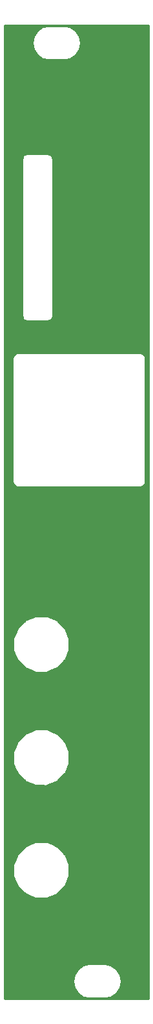
<source format=gbr>
G04 #@! TF.GenerationSoftware,KiCad,Pcbnew,(5.0.1)-4*
G04 #@! TF.CreationDate,2018-12-03T17:05:39+00:00*
G04 #@! TF.ProjectId,DevBoard_Panel,446576426F6172645F50616E656C2E6B,rev?*
G04 #@! TF.SameCoordinates,Original*
G04 #@! TF.FileFunction,Copper,L1,Top,Signal*
G04 #@! TF.FilePolarity,Positive*
%FSLAX46Y46*%
G04 Gerber Fmt 4.6, Leading zero omitted, Abs format (unit mm)*
G04 Created by KiCad (PCBNEW (5.0.1)-4) date 03/12/2018 17:05:39*
%MOMM*%
%LPD*%
G01*
G04 APERTURE LIST*
G04 #@! TA.AperFunction,NonConductor*
%ADD10C,0.254000*%
G04 #@! TD*
G04 APERTURE END LIST*
D10*
G36*
X69610001Y-177790000D02*
X50710000Y-177790000D01*
X50710000Y-175500000D01*
X59641214Y-175500000D01*
X59814676Y-176372054D01*
X60308655Y-177111345D01*
X61047946Y-177605324D01*
X61699872Y-177735000D01*
X63940128Y-177735000D01*
X64592054Y-177605324D01*
X65331345Y-177111345D01*
X65825324Y-176372054D01*
X65998786Y-175500000D01*
X65825324Y-174627946D01*
X65331345Y-173888655D01*
X64592054Y-173394676D01*
X63940128Y-173265000D01*
X61699872Y-173265000D01*
X61047946Y-173394676D01*
X60308655Y-173888655D01*
X59814676Y-174627946D01*
X59641214Y-175500000D01*
X50710000Y-175500000D01*
X50710000Y-161712854D01*
X51811052Y-161712854D01*
X51815000Y-161722535D01*
X51815000Y-161732992D01*
X52091686Y-162400970D01*
X52364654Y-163070291D01*
X52375898Y-163087119D01*
X52376008Y-163087385D01*
X52376212Y-163087589D01*
X52387455Y-163104416D01*
X52407883Y-163119260D01*
X53380740Y-164092117D01*
X53395584Y-164112545D01*
X53405222Y-164116599D01*
X53412615Y-164123992D01*
X54080532Y-164400652D01*
X54746892Y-164680941D01*
X54757347Y-164680998D01*
X54767008Y-164685000D01*
X55490034Y-164685000D01*
X56212854Y-164688948D01*
X56222535Y-164685000D01*
X56232992Y-164685000D01*
X56900970Y-164408314D01*
X57570291Y-164135346D01*
X57587119Y-164124102D01*
X57587385Y-164123992D01*
X57587589Y-164123788D01*
X57604416Y-164112545D01*
X57619260Y-164092117D01*
X58592117Y-163119260D01*
X58612545Y-163104416D01*
X58616599Y-163094778D01*
X58623992Y-163087385D01*
X58900652Y-162419468D01*
X59180941Y-161753108D01*
X59180998Y-161742653D01*
X59185000Y-161732992D01*
X59185000Y-161009966D01*
X59188948Y-160287146D01*
X59185000Y-160277465D01*
X59185000Y-160267008D01*
X58908314Y-159599030D01*
X58635346Y-158929709D01*
X58624102Y-158912881D01*
X58623992Y-158912615D01*
X58623788Y-158912411D01*
X58612545Y-158895584D01*
X58592117Y-158880740D01*
X57619260Y-157907883D01*
X57604416Y-157887455D01*
X57594778Y-157883401D01*
X57587385Y-157876008D01*
X56919468Y-157599348D01*
X56253108Y-157319059D01*
X56242653Y-157319002D01*
X56232992Y-157315000D01*
X55509966Y-157315000D01*
X54787146Y-157311052D01*
X54777465Y-157315000D01*
X54767008Y-157315000D01*
X54099030Y-157591686D01*
X53429709Y-157864654D01*
X53412881Y-157875898D01*
X53412615Y-157876008D01*
X53412411Y-157876212D01*
X53395584Y-157887455D01*
X53380740Y-157907883D01*
X52407883Y-158880740D01*
X52387455Y-158895584D01*
X52383401Y-158905222D01*
X52376008Y-158912615D01*
X52099348Y-159580532D01*
X51819059Y-160246892D01*
X51819002Y-160257347D01*
X51815000Y-160267008D01*
X51815000Y-160990034D01*
X51811052Y-161712854D01*
X50710000Y-161712854D01*
X50710000Y-147012854D01*
X51811052Y-147012854D01*
X51815000Y-147022535D01*
X51815000Y-147032992D01*
X52091686Y-147700970D01*
X52364654Y-148370291D01*
X52375898Y-148387119D01*
X52376008Y-148387385D01*
X52376212Y-148387589D01*
X52387455Y-148404416D01*
X52407883Y-148419260D01*
X53380740Y-149392117D01*
X53395584Y-149412545D01*
X53405222Y-149416599D01*
X53412615Y-149423992D01*
X54080532Y-149700652D01*
X54746892Y-149980941D01*
X54757347Y-149980998D01*
X54767008Y-149985000D01*
X55490034Y-149985000D01*
X56212854Y-149988948D01*
X56222535Y-149985000D01*
X56232992Y-149985000D01*
X56900970Y-149708314D01*
X57570291Y-149435346D01*
X57587119Y-149424102D01*
X57587385Y-149423992D01*
X57587589Y-149423788D01*
X57604416Y-149412545D01*
X57619260Y-149392117D01*
X58592117Y-148419260D01*
X58612545Y-148404416D01*
X58616599Y-148394778D01*
X58623992Y-148387385D01*
X58900652Y-147719468D01*
X59180941Y-147053108D01*
X59180998Y-147042653D01*
X59185000Y-147032992D01*
X59185000Y-146309966D01*
X59188948Y-145587146D01*
X59185000Y-145577465D01*
X59185000Y-145567008D01*
X58908314Y-144899030D01*
X58635346Y-144229709D01*
X58624102Y-144212881D01*
X58623992Y-144212615D01*
X58623788Y-144212411D01*
X58612545Y-144195584D01*
X58592117Y-144180740D01*
X57619260Y-143207883D01*
X57604416Y-143187455D01*
X57594778Y-143183401D01*
X57587385Y-143176008D01*
X56919468Y-142899348D01*
X56253108Y-142619059D01*
X56242653Y-142619002D01*
X56232992Y-142615000D01*
X55509966Y-142615000D01*
X54787146Y-142611052D01*
X54777465Y-142615000D01*
X54767008Y-142615000D01*
X54099030Y-142891686D01*
X53429709Y-143164654D01*
X53412881Y-143175898D01*
X53412615Y-143176008D01*
X53412411Y-143176212D01*
X53395584Y-143187455D01*
X53380740Y-143207883D01*
X52407883Y-144180740D01*
X52387455Y-144195584D01*
X52383401Y-144205222D01*
X52376008Y-144212615D01*
X52099348Y-144880532D01*
X51819059Y-145546892D01*
X51819002Y-145557347D01*
X51815000Y-145567008D01*
X51815000Y-146290034D01*
X51811052Y-147012854D01*
X50710000Y-147012854D01*
X50710000Y-132212854D01*
X51811052Y-132212854D01*
X51815000Y-132222535D01*
X51815000Y-132232992D01*
X52091686Y-132900970D01*
X52364654Y-133570291D01*
X52375898Y-133587119D01*
X52376008Y-133587385D01*
X52376212Y-133587589D01*
X52387455Y-133604416D01*
X52407883Y-133619260D01*
X53380740Y-134592117D01*
X53395584Y-134612545D01*
X53405222Y-134616599D01*
X53412615Y-134623992D01*
X54080532Y-134900652D01*
X54746892Y-135180941D01*
X54757347Y-135180998D01*
X54767008Y-135185000D01*
X55490034Y-135185000D01*
X56212854Y-135188948D01*
X56222535Y-135185000D01*
X56232992Y-135185000D01*
X56900970Y-134908314D01*
X57570291Y-134635346D01*
X57587119Y-134624102D01*
X57587385Y-134623992D01*
X57587589Y-134623788D01*
X57604416Y-134612545D01*
X57619260Y-134592117D01*
X58592117Y-133619260D01*
X58612545Y-133604416D01*
X58616599Y-133594778D01*
X58623992Y-133587385D01*
X58900652Y-132919468D01*
X59180941Y-132253108D01*
X59180998Y-132242653D01*
X59185000Y-132232992D01*
X59185000Y-131509966D01*
X59188948Y-130787146D01*
X59185000Y-130777465D01*
X59185000Y-130767008D01*
X58908314Y-130099030D01*
X58635346Y-129429709D01*
X58624102Y-129412881D01*
X58623992Y-129412615D01*
X58623788Y-129412411D01*
X58612545Y-129395584D01*
X58592117Y-129380740D01*
X57619260Y-128407883D01*
X57604416Y-128387455D01*
X57594778Y-128383401D01*
X57587385Y-128376008D01*
X56919468Y-128099348D01*
X56253108Y-127819059D01*
X56242653Y-127819002D01*
X56232992Y-127815000D01*
X55509966Y-127815000D01*
X54787146Y-127811052D01*
X54777465Y-127815000D01*
X54767008Y-127815000D01*
X54099030Y-128091686D01*
X53429709Y-128364654D01*
X53412881Y-128375898D01*
X53412615Y-128376008D01*
X53412411Y-128376212D01*
X53395584Y-128387455D01*
X53380740Y-128407883D01*
X52407883Y-129380740D01*
X52387455Y-129395584D01*
X52383401Y-129405222D01*
X52376008Y-129412615D01*
X52099348Y-130080532D01*
X51819059Y-130746892D01*
X51819002Y-130757347D01*
X51815000Y-130767008D01*
X51815000Y-131490034D01*
X51811052Y-132212854D01*
X50710000Y-132212854D01*
X50710000Y-94200000D01*
X51726091Y-94200000D01*
X51740000Y-94269926D01*
X51740001Y-110180069D01*
X51726091Y-110250000D01*
X51781195Y-110527028D01*
X51938119Y-110761881D01*
X52172972Y-110918805D01*
X52380074Y-110960000D01*
X68519926Y-110960000D01*
X68727028Y-110918805D01*
X68961881Y-110761881D01*
X69066421Y-110605426D01*
X69089803Y-110589803D01*
X69117333Y-110548601D01*
X69127000Y-110500000D01*
X69127000Y-110485829D01*
X69173909Y-110250000D01*
X69160000Y-110180074D01*
X69160000Y-94269926D01*
X69173909Y-94200000D01*
X69118805Y-93922972D01*
X68961881Y-93688119D01*
X68727028Y-93531195D01*
X68519926Y-93490000D01*
X68519925Y-93490000D01*
X68450000Y-93476091D01*
X68380074Y-93490000D01*
X52519925Y-93490000D01*
X52450000Y-93476091D01*
X52380074Y-93490000D01*
X52172972Y-93531195D01*
X51938119Y-93688119D01*
X51781195Y-93922972D01*
X51726091Y-94200000D01*
X50710000Y-94200000D01*
X50710000Y-68200000D01*
X52976091Y-68200000D01*
X52990001Y-68269931D01*
X52990000Y-88530074D01*
X52976091Y-88600000D01*
X53031195Y-88877028D01*
X53188119Y-89111881D01*
X53422972Y-89268805D01*
X53700000Y-89323909D01*
X53769925Y-89310000D01*
X56230075Y-89310000D01*
X56300000Y-89323909D01*
X56577028Y-89268805D01*
X56811881Y-89111881D01*
X56968805Y-88877028D01*
X57010000Y-88669926D01*
X57010000Y-88669925D01*
X57023909Y-88600000D01*
X57010000Y-88530074D01*
X57010000Y-68269926D01*
X57023909Y-68200000D01*
X56968805Y-67922972D01*
X56811881Y-67688119D01*
X56577028Y-67531195D01*
X56369926Y-67490000D01*
X56369925Y-67490000D01*
X56300000Y-67476091D01*
X56230074Y-67490000D01*
X53769926Y-67490000D01*
X53700000Y-67476091D01*
X53630075Y-67490000D01*
X53630074Y-67490000D01*
X53422972Y-67531195D01*
X53188119Y-67688119D01*
X53031195Y-67922972D01*
X52976091Y-68200000D01*
X50710000Y-68200000D01*
X50710000Y-53000000D01*
X54321214Y-53000000D01*
X54494676Y-53872054D01*
X54988655Y-54611345D01*
X55727946Y-55105324D01*
X56379872Y-55235000D01*
X58620128Y-55235000D01*
X59272054Y-55105324D01*
X60011345Y-54611345D01*
X60505324Y-53872054D01*
X60678786Y-53000000D01*
X60505324Y-52127946D01*
X60011345Y-51388655D01*
X59272054Y-50894676D01*
X58620128Y-50765000D01*
X56379872Y-50765000D01*
X55727946Y-50894676D01*
X54988655Y-51388655D01*
X54494676Y-52127946D01*
X54321214Y-53000000D01*
X50710000Y-53000000D01*
X50710000Y-50710000D01*
X69610000Y-50710000D01*
X69610001Y-177790000D01*
X69610001Y-177790000D01*
G37*
X69610001Y-177790000D02*
X50710000Y-177790000D01*
X50710000Y-175500000D01*
X59641214Y-175500000D01*
X59814676Y-176372054D01*
X60308655Y-177111345D01*
X61047946Y-177605324D01*
X61699872Y-177735000D01*
X63940128Y-177735000D01*
X64592054Y-177605324D01*
X65331345Y-177111345D01*
X65825324Y-176372054D01*
X65998786Y-175500000D01*
X65825324Y-174627946D01*
X65331345Y-173888655D01*
X64592054Y-173394676D01*
X63940128Y-173265000D01*
X61699872Y-173265000D01*
X61047946Y-173394676D01*
X60308655Y-173888655D01*
X59814676Y-174627946D01*
X59641214Y-175500000D01*
X50710000Y-175500000D01*
X50710000Y-161712854D01*
X51811052Y-161712854D01*
X51815000Y-161722535D01*
X51815000Y-161732992D01*
X52091686Y-162400970D01*
X52364654Y-163070291D01*
X52375898Y-163087119D01*
X52376008Y-163087385D01*
X52376212Y-163087589D01*
X52387455Y-163104416D01*
X52407883Y-163119260D01*
X53380740Y-164092117D01*
X53395584Y-164112545D01*
X53405222Y-164116599D01*
X53412615Y-164123992D01*
X54080532Y-164400652D01*
X54746892Y-164680941D01*
X54757347Y-164680998D01*
X54767008Y-164685000D01*
X55490034Y-164685000D01*
X56212854Y-164688948D01*
X56222535Y-164685000D01*
X56232992Y-164685000D01*
X56900970Y-164408314D01*
X57570291Y-164135346D01*
X57587119Y-164124102D01*
X57587385Y-164123992D01*
X57587589Y-164123788D01*
X57604416Y-164112545D01*
X57619260Y-164092117D01*
X58592117Y-163119260D01*
X58612545Y-163104416D01*
X58616599Y-163094778D01*
X58623992Y-163087385D01*
X58900652Y-162419468D01*
X59180941Y-161753108D01*
X59180998Y-161742653D01*
X59185000Y-161732992D01*
X59185000Y-161009966D01*
X59188948Y-160287146D01*
X59185000Y-160277465D01*
X59185000Y-160267008D01*
X58908314Y-159599030D01*
X58635346Y-158929709D01*
X58624102Y-158912881D01*
X58623992Y-158912615D01*
X58623788Y-158912411D01*
X58612545Y-158895584D01*
X58592117Y-158880740D01*
X57619260Y-157907883D01*
X57604416Y-157887455D01*
X57594778Y-157883401D01*
X57587385Y-157876008D01*
X56919468Y-157599348D01*
X56253108Y-157319059D01*
X56242653Y-157319002D01*
X56232992Y-157315000D01*
X55509966Y-157315000D01*
X54787146Y-157311052D01*
X54777465Y-157315000D01*
X54767008Y-157315000D01*
X54099030Y-157591686D01*
X53429709Y-157864654D01*
X53412881Y-157875898D01*
X53412615Y-157876008D01*
X53412411Y-157876212D01*
X53395584Y-157887455D01*
X53380740Y-157907883D01*
X52407883Y-158880740D01*
X52387455Y-158895584D01*
X52383401Y-158905222D01*
X52376008Y-158912615D01*
X52099348Y-159580532D01*
X51819059Y-160246892D01*
X51819002Y-160257347D01*
X51815000Y-160267008D01*
X51815000Y-160990034D01*
X51811052Y-161712854D01*
X50710000Y-161712854D01*
X50710000Y-147012854D01*
X51811052Y-147012854D01*
X51815000Y-147022535D01*
X51815000Y-147032992D01*
X52091686Y-147700970D01*
X52364654Y-148370291D01*
X52375898Y-148387119D01*
X52376008Y-148387385D01*
X52376212Y-148387589D01*
X52387455Y-148404416D01*
X52407883Y-148419260D01*
X53380740Y-149392117D01*
X53395584Y-149412545D01*
X53405222Y-149416599D01*
X53412615Y-149423992D01*
X54080532Y-149700652D01*
X54746892Y-149980941D01*
X54757347Y-149980998D01*
X54767008Y-149985000D01*
X55490034Y-149985000D01*
X56212854Y-149988948D01*
X56222535Y-149985000D01*
X56232992Y-149985000D01*
X56900970Y-149708314D01*
X57570291Y-149435346D01*
X57587119Y-149424102D01*
X57587385Y-149423992D01*
X57587589Y-149423788D01*
X57604416Y-149412545D01*
X57619260Y-149392117D01*
X58592117Y-148419260D01*
X58612545Y-148404416D01*
X58616599Y-148394778D01*
X58623992Y-148387385D01*
X58900652Y-147719468D01*
X59180941Y-147053108D01*
X59180998Y-147042653D01*
X59185000Y-147032992D01*
X59185000Y-146309966D01*
X59188948Y-145587146D01*
X59185000Y-145577465D01*
X59185000Y-145567008D01*
X58908314Y-144899030D01*
X58635346Y-144229709D01*
X58624102Y-144212881D01*
X58623992Y-144212615D01*
X58623788Y-144212411D01*
X58612545Y-144195584D01*
X58592117Y-144180740D01*
X57619260Y-143207883D01*
X57604416Y-143187455D01*
X57594778Y-143183401D01*
X57587385Y-143176008D01*
X56919468Y-142899348D01*
X56253108Y-142619059D01*
X56242653Y-142619002D01*
X56232992Y-142615000D01*
X55509966Y-142615000D01*
X54787146Y-142611052D01*
X54777465Y-142615000D01*
X54767008Y-142615000D01*
X54099030Y-142891686D01*
X53429709Y-143164654D01*
X53412881Y-143175898D01*
X53412615Y-143176008D01*
X53412411Y-143176212D01*
X53395584Y-143187455D01*
X53380740Y-143207883D01*
X52407883Y-144180740D01*
X52387455Y-144195584D01*
X52383401Y-144205222D01*
X52376008Y-144212615D01*
X52099348Y-144880532D01*
X51819059Y-145546892D01*
X51819002Y-145557347D01*
X51815000Y-145567008D01*
X51815000Y-146290034D01*
X51811052Y-147012854D01*
X50710000Y-147012854D01*
X50710000Y-132212854D01*
X51811052Y-132212854D01*
X51815000Y-132222535D01*
X51815000Y-132232992D01*
X52091686Y-132900970D01*
X52364654Y-133570291D01*
X52375898Y-133587119D01*
X52376008Y-133587385D01*
X52376212Y-133587589D01*
X52387455Y-133604416D01*
X52407883Y-133619260D01*
X53380740Y-134592117D01*
X53395584Y-134612545D01*
X53405222Y-134616599D01*
X53412615Y-134623992D01*
X54080532Y-134900652D01*
X54746892Y-135180941D01*
X54757347Y-135180998D01*
X54767008Y-135185000D01*
X55490034Y-135185000D01*
X56212854Y-135188948D01*
X56222535Y-135185000D01*
X56232992Y-135185000D01*
X56900970Y-134908314D01*
X57570291Y-134635346D01*
X57587119Y-134624102D01*
X57587385Y-134623992D01*
X57587589Y-134623788D01*
X57604416Y-134612545D01*
X57619260Y-134592117D01*
X58592117Y-133619260D01*
X58612545Y-133604416D01*
X58616599Y-133594778D01*
X58623992Y-133587385D01*
X58900652Y-132919468D01*
X59180941Y-132253108D01*
X59180998Y-132242653D01*
X59185000Y-132232992D01*
X59185000Y-131509966D01*
X59188948Y-130787146D01*
X59185000Y-130777465D01*
X59185000Y-130767008D01*
X58908314Y-130099030D01*
X58635346Y-129429709D01*
X58624102Y-129412881D01*
X58623992Y-129412615D01*
X58623788Y-129412411D01*
X58612545Y-129395584D01*
X58592117Y-129380740D01*
X57619260Y-128407883D01*
X57604416Y-128387455D01*
X57594778Y-128383401D01*
X57587385Y-128376008D01*
X56919468Y-128099348D01*
X56253108Y-127819059D01*
X56242653Y-127819002D01*
X56232992Y-127815000D01*
X55509966Y-127815000D01*
X54787146Y-127811052D01*
X54777465Y-127815000D01*
X54767008Y-127815000D01*
X54099030Y-128091686D01*
X53429709Y-128364654D01*
X53412881Y-128375898D01*
X53412615Y-128376008D01*
X53412411Y-128376212D01*
X53395584Y-128387455D01*
X53380740Y-128407883D01*
X52407883Y-129380740D01*
X52387455Y-129395584D01*
X52383401Y-129405222D01*
X52376008Y-129412615D01*
X52099348Y-130080532D01*
X51819059Y-130746892D01*
X51819002Y-130757347D01*
X51815000Y-130767008D01*
X51815000Y-131490034D01*
X51811052Y-132212854D01*
X50710000Y-132212854D01*
X50710000Y-94200000D01*
X51726091Y-94200000D01*
X51740000Y-94269926D01*
X51740001Y-110180069D01*
X51726091Y-110250000D01*
X51781195Y-110527028D01*
X51938119Y-110761881D01*
X52172972Y-110918805D01*
X52380074Y-110960000D01*
X68519926Y-110960000D01*
X68727028Y-110918805D01*
X68961881Y-110761881D01*
X69066421Y-110605426D01*
X69089803Y-110589803D01*
X69117333Y-110548601D01*
X69127000Y-110500000D01*
X69127000Y-110485829D01*
X69173909Y-110250000D01*
X69160000Y-110180074D01*
X69160000Y-94269926D01*
X69173909Y-94200000D01*
X69118805Y-93922972D01*
X68961881Y-93688119D01*
X68727028Y-93531195D01*
X68519926Y-93490000D01*
X68519925Y-93490000D01*
X68450000Y-93476091D01*
X68380074Y-93490000D01*
X52519925Y-93490000D01*
X52450000Y-93476091D01*
X52380074Y-93490000D01*
X52172972Y-93531195D01*
X51938119Y-93688119D01*
X51781195Y-93922972D01*
X51726091Y-94200000D01*
X50710000Y-94200000D01*
X50710000Y-68200000D01*
X52976091Y-68200000D01*
X52990001Y-68269931D01*
X52990000Y-88530074D01*
X52976091Y-88600000D01*
X53031195Y-88877028D01*
X53188119Y-89111881D01*
X53422972Y-89268805D01*
X53700000Y-89323909D01*
X53769925Y-89310000D01*
X56230075Y-89310000D01*
X56300000Y-89323909D01*
X56577028Y-89268805D01*
X56811881Y-89111881D01*
X56968805Y-88877028D01*
X57010000Y-88669926D01*
X57010000Y-88669925D01*
X57023909Y-88600000D01*
X57010000Y-88530074D01*
X57010000Y-68269926D01*
X57023909Y-68200000D01*
X56968805Y-67922972D01*
X56811881Y-67688119D01*
X56577028Y-67531195D01*
X56369926Y-67490000D01*
X56369925Y-67490000D01*
X56300000Y-67476091D01*
X56230074Y-67490000D01*
X53769926Y-67490000D01*
X53700000Y-67476091D01*
X53630075Y-67490000D01*
X53630074Y-67490000D01*
X53422972Y-67531195D01*
X53188119Y-67688119D01*
X53031195Y-67922972D01*
X52976091Y-68200000D01*
X50710000Y-68200000D01*
X50710000Y-53000000D01*
X54321214Y-53000000D01*
X54494676Y-53872054D01*
X54988655Y-54611345D01*
X55727946Y-55105324D01*
X56379872Y-55235000D01*
X58620128Y-55235000D01*
X59272054Y-55105324D01*
X60011345Y-54611345D01*
X60505324Y-53872054D01*
X60678786Y-53000000D01*
X60505324Y-52127946D01*
X60011345Y-51388655D01*
X59272054Y-50894676D01*
X58620128Y-50765000D01*
X56379872Y-50765000D01*
X55727946Y-50894676D01*
X54988655Y-51388655D01*
X54494676Y-52127946D01*
X54321214Y-53000000D01*
X50710000Y-53000000D01*
X50710000Y-50710000D01*
X69610000Y-50710000D01*
X69610001Y-177790000D01*
M02*

</source>
